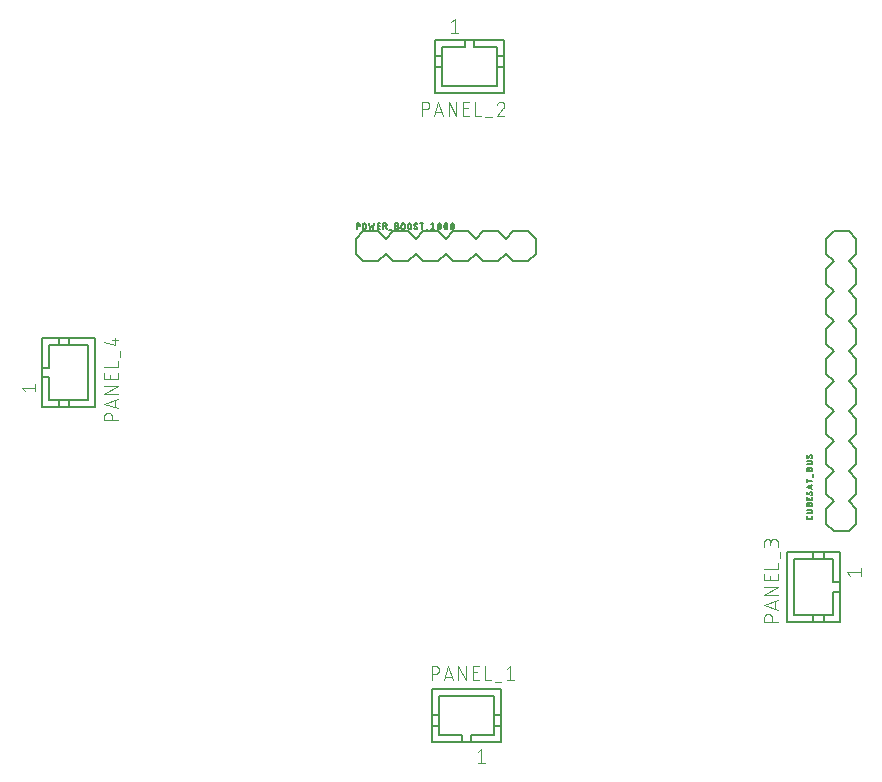
<source format=gbr>
G04 EAGLE Gerber RS-274X export*
G75*
%MOMM*%
%FSLAX34Y34*%
%LPD*%
%INSilkscreen Top*%
%IPPOS*%
%AMOC8*
5,1,8,0,0,1.08239X$1,22.5*%
G01*
%ADD10C,0.203200*%
%ADD11C,0.127000*%
%ADD12C,0.101600*%


D10*
X536100Y585150D02*
X542450Y591500D01*
X555150Y591500D01*
X561500Y585150D01*
X561500Y572450D02*
X555150Y566100D01*
X542450Y566100D01*
X536100Y572450D01*
X504350Y591500D02*
X491650Y591500D01*
X504350Y591500D02*
X510700Y585150D01*
X510700Y572450D02*
X504350Y566100D01*
X510700Y585150D02*
X517050Y591500D01*
X529750Y591500D01*
X536100Y585150D01*
X536100Y572450D02*
X529750Y566100D01*
X517050Y566100D01*
X510700Y572450D01*
X466250Y591500D02*
X459900Y585150D01*
X466250Y591500D02*
X478950Y591500D01*
X485300Y585150D01*
X485300Y572450D02*
X478950Y566100D01*
X466250Y566100D01*
X459900Y572450D01*
X485300Y585150D02*
X491650Y591500D01*
X485300Y572450D02*
X491650Y566100D01*
X504350Y566100D01*
X428150Y591500D02*
X415450Y591500D01*
X428150Y591500D02*
X434500Y585150D01*
X434500Y572450D02*
X428150Y566100D01*
X434500Y585150D02*
X440850Y591500D01*
X453550Y591500D01*
X459900Y585150D01*
X459900Y572450D02*
X453550Y566100D01*
X440850Y566100D01*
X434500Y572450D01*
X409100Y572450D02*
X409100Y585150D01*
X415450Y591500D01*
X409100Y572450D02*
X415450Y566100D01*
X428150Y566100D01*
X561500Y572450D02*
X561500Y585150D01*
D11*
X409735Y593405D02*
X409735Y598231D01*
X411076Y598231D01*
X411147Y598229D01*
X411219Y598223D01*
X411289Y598214D01*
X411359Y598201D01*
X411429Y598184D01*
X411497Y598163D01*
X411564Y598139D01*
X411630Y598111D01*
X411694Y598080D01*
X411757Y598045D01*
X411817Y598007D01*
X411876Y597966D01*
X411932Y597922D01*
X411986Y597875D01*
X412037Y597826D01*
X412085Y597773D01*
X412131Y597718D01*
X412173Y597661D01*
X412213Y597601D01*
X412249Y597540D01*
X412282Y597476D01*
X412311Y597411D01*
X412337Y597345D01*
X412360Y597277D01*
X412379Y597208D01*
X412394Y597138D01*
X412405Y597068D01*
X412413Y596997D01*
X412417Y596926D01*
X412417Y596854D01*
X412413Y596783D01*
X412405Y596712D01*
X412394Y596642D01*
X412379Y596572D01*
X412360Y596503D01*
X412337Y596435D01*
X412311Y596369D01*
X412282Y596304D01*
X412249Y596240D01*
X412213Y596179D01*
X412173Y596119D01*
X412131Y596062D01*
X412085Y596007D01*
X412037Y595954D01*
X411986Y595905D01*
X411932Y595858D01*
X411876Y595814D01*
X411817Y595773D01*
X411757Y595735D01*
X411694Y595700D01*
X411630Y595669D01*
X411564Y595641D01*
X411497Y595617D01*
X411429Y595596D01*
X411359Y595579D01*
X411289Y595566D01*
X411219Y595557D01*
X411147Y595551D01*
X411076Y595549D01*
X411076Y595550D02*
X409735Y595550D01*
X414892Y594746D02*
X414892Y596890D01*
X414894Y596961D01*
X414900Y597033D01*
X414909Y597103D01*
X414922Y597173D01*
X414939Y597243D01*
X414960Y597311D01*
X414984Y597378D01*
X415012Y597444D01*
X415043Y597508D01*
X415078Y597571D01*
X415116Y597631D01*
X415157Y597690D01*
X415201Y597746D01*
X415248Y597800D01*
X415297Y597851D01*
X415350Y597899D01*
X415405Y597945D01*
X415462Y597987D01*
X415522Y598027D01*
X415583Y598063D01*
X415647Y598096D01*
X415712Y598125D01*
X415778Y598151D01*
X415846Y598174D01*
X415915Y598193D01*
X415985Y598208D01*
X416055Y598219D01*
X416126Y598227D01*
X416197Y598231D01*
X416269Y598231D01*
X416340Y598227D01*
X416411Y598219D01*
X416481Y598208D01*
X416551Y598193D01*
X416620Y598174D01*
X416688Y598151D01*
X416754Y598125D01*
X416819Y598096D01*
X416883Y598063D01*
X416944Y598027D01*
X417004Y597987D01*
X417061Y597945D01*
X417116Y597899D01*
X417169Y597851D01*
X417218Y597800D01*
X417265Y597746D01*
X417309Y597690D01*
X417350Y597631D01*
X417388Y597571D01*
X417423Y597508D01*
X417454Y597444D01*
X417482Y597378D01*
X417506Y597311D01*
X417527Y597243D01*
X417544Y597173D01*
X417557Y597103D01*
X417566Y597033D01*
X417572Y596961D01*
X417574Y596890D01*
X417573Y596890D02*
X417573Y594746D01*
X417574Y594746D02*
X417572Y594675D01*
X417566Y594603D01*
X417557Y594533D01*
X417544Y594463D01*
X417527Y594393D01*
X417506Y594325D01*
X417482Y594258D01*
X417454Y594192D01*
X417423Y594128D01*
X417388Y594065D01*
X417350Y594005D01*
X417309Y593946D01*
X417265Y593890D01*
X417218Y593836D01*
X417169Y593785D01*
X417116Y593737D01*
X417061Y593691D01*
X417004Y593649D01*
X416944Y593609D01*
X416883Y593573D01*
X416819Y593540D01*
X416754Y593511D01*
X416688Y593485D01*
X416620Y593462D01*
X416551Y593443D01*
X416481Y593428D01*
X416411Y593417D01*
X416340Y593409D01*
X416269Y593405D01*
X416197Y593405D01*
X416126Y593409D01*
X416055Y593417D01*
X415985Y593428D01*
X415915Y593443D01*
X415846Y593462D01*
X415778Y593485D01*
X415712Y593511D01*
X415647Y593540D01*
X415583Y593573D01*
X415522Y593609D01*
X415462Y593649D01*
X415405Y593691D01*
X415350Y593737D01*
X415297Y593785D01*
X415248Y593836D01*
X415201Y593890D01*
X415157Y593946D01*
X415116Y594005D01*
X415078Y594065D01*
X415043Y594128D01*
X415012Y594192D01*
X414984Y594258D01*
X414960Y594325D01*
X414939Y594393D01*
X414922Y594463D01*
X414909Y594533D01*
X414900Y594603D01*
X414894Y594675D01*
X414892Y594746D01*
X420306Y598231D02*
X421378Y593405D01*
X422450Y596622D01*
X423523Y593405D01*
X424595Y598231D01*
X427530Y593405D02*
X429675Y593405D01*
X427530Y593405D02*
X427530Y598231D01*
X429675Y598231D01*
X429139Y596086D02*
X427530Y596086D01*
X432329Y598231D02*
X432329Y593405D01*
X432329Y598231D02*
X433670Y598231D01*
X433741Y598229D01*
X433813Y598223D01*
X433883Y598214D01*
X433953Y598201D01*
X434023Y598184D01*
X434091Y598163D01*
X434158Y598139D01*
X434224Y598111D01*
X434288Y598080D01*
X434351Y598045D01*
X434411Y598007D01*
X434470Y597966D01*
X434526Y597922D01*
X434580Y597875D01*
X434631Y597826D01*
X434679Y597773D01*
X434725Y597718D01*
X434767Y597661D01*
X434807Y597601D01*
X434843Y597540D01*
X434876Y597476D01*
X434905Y597411D01*
X434931Y597345D01*
X434954Y597277D01*
X434973Y597208D01*
X434988Y597138D01*
X434999Y597068D01*
X435007Y596997D01*
X435011Y596926D01*
X435011Y596854D01*
X435007Y596783D01*
X434999Y596712D01*
X434988Y596642D01*
X434973Y596572D01*
X434954Y596503D01*
X434931Y596435D01*
X434905Y596369D01*
X434876Y596304D01*
X434843Y596240D01*
X434807Y596179D01*
X434767Y596119D01*
X434725Y596062D01*
X434679Y596007D01*
X434631Y595954D01*
X434580Y595905D01*
X434526Y595858D01*
X434470Y595814D01*
X434411Y595773D01*
X434351Y595735D01*
X434288Y595700D01*
X434224Y595669D01*
X434158Y595641D01*
X434091Y595617D01*
X434023Y595596D01*
X433953Y595579D01*
X433883Y595566D01*
X433813Y595557D01*
X433741Y595551D01*
X433670Y595549D01*
X433670Y595550D02*
X432329Y595550D01*
X433938Y595550D02*
X435010Y593405D01*
X437471Y592869D02*
X439616Y592869D01*
X442470Y596086D02*
X443811Y596086D01*
X443811Y596087D02*
X443882Y596085D01*
X443954Y596079D01*
X444024Y596070D01*
X444094Y596057D01*
X444164Y596040D01*
X444232Y596019D01*
X444299Y595995D01*
X444365Y595967D01*
X444429Y595936D01*
X444492Y595901D01*
X444552Y595863D01*
X444611Y595822D01*
X444667Y595778D01*
X444721Y595731D01*
X444772Y595682D01*
X444820Y595629D01*
X444866Y595574D01*
X444908Y595517D01*
X444948Y595457D01*
X444984Y595396D01*
X445017Y595332D01*
X445046Y595267D01*
X445072Y595201D01*
X445095Y595133D01*
X445114Y595064D01*
X445129Y594994D01*
X445140Y594924D01*
X445148Y594853D01*
X445152Y594782D01*
X445152Y594710D01*
X445148Y594639D01*
X445140Y594568D01*
X445129Y594498D01*
X445114Y594428D01*
X445095Y594359D01*
X445072Y594291D01*
X445046Y594225D01*
X445017Y594160D01*
X444984Y594096D01*
X444948Y594035D01*
X444908Y593975D01*
X444866Y593918D01*
X444820Y593863D01*
X444772Y593810D01*
X444721Y593761D01*
X444667Y593714D01*
X444611Y593670D01*
X444552Y593629D01*
X444492Y593591D01*
X444429Y593556D01*
X444365Y593525D01*
X444299Y593497D01*
X444232Y593473D01*
X444164Y593452D01*
X444094Y593435D01*
X444024Y593422D01*
X443954Y593413D01*
X443882Y593407D01*
X443811Y593405D01*
X442470Y593405D01*
X442470Y598231D01*
X443811Y598231D01*
X443876Y598229D01*
X443940Y598223D01*
X444004Y598213D01*
X444068Y598200D01*
X444130Y598182D01*
X444191Y598161D01*
X444251Y598137D01*
X444309Y598108D01*
X444366Y598076D01*
X444420Y598041D01*
X444472Y598003D01*
X444522Y597961D01*
X444569Y597917D01*
X444613Y597870D01*
X444655Y597820D01*
X444693Y597768D01*
X444728Y597714D01*
X444760Y597657D01*
X444789Y597599D01*
X444813Y597539D01*
X444834Y597478D01*
X444852Y597416D01*
X444865Y597352D01*
X444875Y597288D01*
X444881Y597224D01*
X444883Y597159D01*
X444881Y597094D01*
X444875Y597030D01*
X444865Y596966D01*
X444852Y596902D01*
X444834Y596840D01*
X444813Y596779D01*
X444789Y596719D01*
X444760Y596661D01*
X444728Y596604D01*
X444693Y596550D01*
X444655Y596498D01*
X444613Y596448D01*
X444569Y596401D01*
X444522Y596357D01*
X444472Y596315D01*
X444420Y596277D01*
X444366Y596242D01*
X444309Y596210D01*
X444251Y596181D01*
X444191Y596157D01*
X444130Y596136D01*
X444068Y596118D01*
X444004Y596105D01*
X443940Y596095D01*
X443876Y596089D01*
X443811Y596087D01*
X447627Y596890D02*
X447627Y594746D01*
X447627Y596890D02*
X447629Y596961D01*
X447635Y597033D01*
X447644Y597103D01*
X447657Y597173D01*
X447674Y597243D01*
X447695Y597311D01*
X447719Y597378D01*
X447747Y597444D01*
X447778Y597508D01*
X447813Y597571D01*
X447851Y597631D01*
X447892Y597690D01*
X447936Y597746D01*
X447983Y597800D01*
X448032Y597851D01*
X448085Y597899D01*
X448140Y597945D01*
X448197Y597987D01*
X448257Y598027D01*
X448318Y598063D01*
X448382Y598096D01*
X448447Y598125D01*
X448513Y598151D01*
X448581Y598174D01*
X448650Y598193D01*
X448720Y598208D01*
X448790Y598219D01*
X448861Y598227D01*
X448932Y598231D01*
X449004Y598231D01*
X449075Y598227D01*
X449146Y598219D01*
X449216Y598208D01*
X449286Y598193D01*
X449355Y598174D01*
X449423Y598151D01*
X449489Y598125D01*
X449554Y598096D01*
X449618Y598063D01*
X449679Y598027D01*
X449739Y597987D01*
X449796Y597945D01*
X449851Y597899D01*
X449904Y597851D01*
X449953Y597800D01*
X450000Y597746D01*
X450044Y597690D01*
X450085Y597631D01*
X450123Y597571D01*
X450158Y597508D01*
X450189Y597444D01*
X450217Y597378D01*
X450241Y597311D01*
X450262Y597243D01*
X450279Y597173D01*
X450292Y597103D01*
X450301Y597033D01*
X450307Y596961D01*
X450309Y596890D01*
X450308Y596890D02*
X450308Y594746D01*
X450309Y594746D02*
X450307Y594675D01*
X450301Y594603D01*
X450292Y594533D01*
X450279Y594463D01*
X450262Y594393D01*
X450241Y594325D01*
X450217Y594258D01*
X450189Y594192D01*
X450158Y594128D01*
X450123Y594065D01*
X450085Y594005D01*
X450044Y593946D01*
X450000Y593890D01*
X449953Y593836D01*
X449904Y593785D01*
X449851Y593737D01*
X449796Y593691D01*
X449739Y593649D01*
X449679Y593609D01*
X449618Y593573D01*
X449554Y593540D01*
X449489Y593511D01*
X449423Y593485D01*
X449355Y593462D01*
X449286Y593443D01*
X449216Y593428D01*
X449146Y593417D01*
X449075Y593409D01*
X449004Y593405D01*
X448932Y593405D01*
X448861Y593409D01*
X448790Y593417D01*
X448720Y593428D01*
X448650Y593443D01*
X448581Y593462D01*
X448513Y593485D01*
X448447Y593511D01*
X448382Y593540D01*
X448318Y593573D01*
X448257Y593609D01*
X448197Y593649D01*
X448140Y593691D01*
X448085Y593737D01*
X448032Y593785D01*
X447983Y593836D01*
X447936Y593890D01*
X447892Y593946D01*
X447851Y594005D01*
X447813Y594065D01*
X447778Y594128D01*
X447747Y594192D01*
X447719Y594258D01*
X447695Y594325D01*
X447674Y594393D01*
X447657Y594463D01*
X447644Y594533D01*
X447635Y594603D01*
X447629Y594675D01*
X447627Y594746D01*
X453114Y594746D02*
X453114Y596890D01*
X453113Y596890D02*
X453115Y596961D01*
X453121Y597033D01*
X453130Y597103D01*
X453143Y597173D01*
X453160Y597243D01*
X453181Y597311D01*
X453205Y597378D01*
X453233Y597444D01*
X453264Y597508D01*
X453299Y597571D01*
X453337Y597631D01*
X453378Y597690D01*
X453422Y597746D01*
X453469Y597800D01*
X453518Y597851D01*
X453571Y597899D01*
X453626Y597945D01*
X453683Y597987D01*
X453743Y598027D01*
X453804Y598063D01*
X453868Y598096D01*
X453933Y598125D01*
X453999Y598151D01*
X454067Y598174D01*
X454136Y598193D01*
X454206Y598208D01*
X454276Y598219D01*
X454347Y598227D01*
X454418Y598231D01*
X454490Y598231D01*
X454561Y598227D01*
X454632Y598219D01*
X454702Y598208D01*
X454772Y598193D01*
X454841Y598174D01*
X454909Y598151D01*
X454975Y598125D01*
X455040Y598096D01*
X455104Y598063D01*
X455165Y598027D01*
X455225Y597987D01*
X455282Y597945D01*
X455337Y597899D01*
X455390Y597851D01*
X455439Y597800D01*
X455486Y597746D01*
X455530Y597690D01*
X455571Y597631D01*
X455609Y597571D01*
X455644Y597508D01*
X455675Y597444D01*
X455703Y597378D01*
X455727Y597311D01*
X455748Y597243D01*
X455765Y597173D01*
X455778Y597103D01*
X455787Y597033D01*
X455793Y596961D01*
X455795Y596890D01*
X455795Y594746D01*
X455793Y594675D01*
X455787Y594603D01*
X455778Y594533D01*
X455765Y594463D01*
X455748Y594393D01*
X455727Y594325D01*
X455703Y594258D01*
X455675Y594192D01*
X455644Y594128D01*
X455609Y594065D01*
X455571Y594005D01*
X455530Y593946D01*
X455486Y593890D01*
X455439Y593836D01*
X455390Y593785D01*
X455337Y593737D01*
X455282Y593691D01*
X455225Y593649D01*
X455165Y593609D01*
X455104Y593573D01*
X455040Y593540D01*
X454975Y593511D01*
X454909Y593485D01*
X454841Y593462D01*
X454772Y593443D01*
X454702Y593428D01*
X454632Y593417D01*
X454561Y593409D01*
X454490Y593405D01*
X454418Y593405D01*
X454347Y593409D01*
X454276Y593417D01*
X454206Y593428D01*
X454136Y593443D01*
X454067Y593462D01*
X453999Y593485D01*
X453933Y593511D01*
X453868Y593540D01*
X453804Y593573D01*
X453743Y593609D01*
X453683Y593649D01*
X453626Y593691D01*
X453571Y593737D01*
X453518Y593785D01*
X453469Y593836D01*
X453422Y593890D01*
X453378Y593946D01*
X453337Y594005D01*
X453299Y594065D01*
X453264Y594128D01*
X453233Y594192D01*
X453205Y594258D01*
X453181Y594325D01*
X453160Y594393D01*
X453143Y594463D01*
X453130Y594533D01*
X453121Y594603D01*
X453115Y594675D01*
X453113Y594746D01*
X460026Y593405D02*
X460091Y593407D01*
X460155Y593413D01*
X460219Y593423D01*
X460283Y593436D01*
X460345Y593454D01*
X460406Y593475D01*
X460466Y593499D01*
X460524Y593528D01*
X460581Y593560D01*
X460635Y593595D01*
X460687Y593633D01*
X460737Y593675D01*
X460784Y593719D01*
X460828Y593766D01*
X460870Y593816D01*
X460908Y593868D01*
X460943Y593922D01*
X460975Y593979D01*
X461004Y594037D01*
X461028Y594097D01*
X461049Y594158D01*
X461067Y594220D01*
X461080Y594284D01*
X461090Y594348D01*
X461096Y594412D01*
X461098Y594477D01*
X460026Y593405D02*
X459932Y593407D01*
X459838Y593413D01*
X459744Y593423D01*
X459651Y593436D01*
X459559Y593454D01*
X459467Y593475D01*
X459376Y593500D01*
X459286Y593529D01*
X459198Y593562D01*
X459111Y593598D01*
X459026Y593638D01*
X458942Y593681D01*
X458861Y593728D01*
X458781Y593778D01*
X458703Y593831D01*
X458628Y593888D01*
X458555Y593947D01*
X458485Y594010D01*
X458417Y594075D01*
X458552Y597159D02*
X458554Y597224D01*
X458560Y597288D01*
X458570Y597352D01*
X458583Y597416D01*
X458601Y597478D01*
X458622Y597539D01*
X458646Y597599D01*
X458675Y597657D01*
X458707Y597714D01*
X458742Y597768D01*
X458780Y597820D01*
X458822Y597870D01*
X458866Y597917D01*
X458913Y597961D01*
X458963Y598003D01*
X459015Y598041D01*
X459069Y598076D01*
X459126Y598108D01*
X459184Y598137D01*
X459244Y598161D01*
X459305Y598182D01*
X459367Y598200D01*
X459431Y598213D01*
X459495Y598223D01*
X459559Y598229D01*
X459624Y598231D01*
X459710Y598229D01*
X459796Y598224D01*
X459882Y598214D01*
X459967Y598201D01*
X460052Y598185D01*
X460136Y598165D01*
X460219Y598141D01*
X460301Y598114D01*
X460381Y598083D01*
X460461Y598049D01*
X460538Y598011D01*
X460614Y597970D01*
X460688Y597926D01*
X460760Y597879D01*
X460831Y597829D01*
X459087Y596221D02*
X459034Y596254D01*
X458983Y596291D01*
X458934Y596330D01*
X458887Y596372D01*
X458843Y596417D01*
X458802Y596464D01*
X458763Y596513D01*
X458727Y596565D01*
X458694Y596619D01*
X458665Y596674D01*
X458639Y596731D01*
X458616Y596790D01*
X458596Y596849D01*
X458580Y596910D01*
X458567Y596971D01*
X458558Y597034D01*
X458553Y597096D01*
X458551Y597159D01*
X460562Y595415D02*
X460615Y595382D01*
X460666Y595345D01*
X460715Y595306D01*
X460762Y595264D01*
X460806Y595219D01*
X460847Y595172D01*
X460886Y595123D01*
X460922Y595071D01*
X460955Y595017D01*
X460984Y594962D01*
X461010Y594905D01*
X461033Y594846D01*
X461053Y594787D01*
X461069Y594726D01*
X461082Y594665D01*
X461091Y594602D01*
X461096Y594540D01*
X461098Y594477D01*
X460562Y595416D02*
X459087Y596220D01*
X464695Y598231D02*
X464695Y593405D01*
X463355Y598231D02*
X466036Y598231D01*
X468195Y592869D02*
X470340Y592869D01*
X472864Y597159D02*
X474205Y598231D01*
X474205Y593405D01*
X472864Y593405D02*
X475546Y593405D01*
X478351Y595818D02*
X478353Y595938D01*
X478358Y596058D01*
X478367Y596178D01*
X478380Y596298D01*
X478396Y596417D01*
X478416Y596536D01*
X478440Y596654D01*
X478467Y596771D01*
X478497Y596887D01*
X478531Y597002D01*
X478569Y597117D01*
X478610Y597230D01*
X478654Y597341D01*
X478702Y597452D01*
X478753Y597561D01*
X478774Y597618D01*
X478800Y597674D01*
X478828Y597729D01*
X478860Y597781D01*
X478896Y597832D01*
X478934Y597880D01*
X478975Y597926D01*
X479019Y597969D01*
X479065Y598009D01*
X479114Y598046D01*
X479166Y598080D01*
X479219Y598111D01*
X479274Y598139D01*
X479330Y598163D01*
X479388Y598184D01*
X479447Y598201D01*
X479507Y598214D01*
X479568Y598223D01*
X479630Y598229D01*
X479691Y598231D01*
X479752Y598229D01*
X479814Y598223D01*
X479875Y598214D01*
X479935Y598201D01*
X479994Y598184D01*
X480052Y598163D01*
X480108Y598139D01*
X480163Y598111D01*
X480216Y598080D01*
X480268Y598046D01*
X480317Y598009D01*
X480363Y597969D01*
X480407Y597926D01*
X480448Y597880D01*
X480486Y597832D01*
X480522Y597781D01*
X480554Y597729D01*
X480582Y597674D01*
X480608Y597618D01*
X480629Y597561D01*
X480630Y597561D02*
X480681Y597452D01*
X480729Y597341D01*
X480773Y597230D01*
X480814Y597117D01*
X480852Y597002D01*
X480886Y596887D01*
X480916Y596771D01*
X480943Y596654D01*
X480967Y596536D01*
X480987Y596417D01*
X481003Y596298D01*
X481016Y596178D01*
X481025Y596058D01*
X481030Y595938D01*
X481032Y595818D01*
X478351Y595818D02*
X478353Y595698D01*
X478358Y595578D01*
X478367Y595458D01*
X478380Y595338D01*
X478396Y595219D01*
X478416Y595100D01*
X478440Y594982D01*
X478467Y594865D01*
X478497Y594749D01*
X478531Y594634D01*
X478569Y594519D01*
X478610Y594406D01*
X478654Y594295D01*
X478702Y594184D01*
X478753Y594075D01*
X478774Y594018D01*
X478800Y593962D01*
X478828Y593907D01*
X478860Y593855D01*
X478896Y593804D01*
X478934Y593756D01*
X478975Y593710D01*
X479019Y593667D01*
X479065Y593627D01*
X479114Y593590D01*
X479166Y593556D01*
X479219Y593525D01*
X479274Y593497D01*
X479330Y593473D01*
X479388Y593452D01*
X479447Y593435D01*
X479507Y593422D01*
X479568Y593413D01*
X479630Y593407D01*
X479691Y593405D01*
X480630Y594075D02*
X480681Y594184D01*
X480729Y594295D01*
X480773Y594406D01*
X480814Y594519D01*
X480852Y594634D01*
X480886Y594749D01*
X480916Y594865D01*
X480943Y594982D01*
X480967Y595100D01*
X480987Y595219D01*
X481003Y595338D01*
X481016Y595458D01*
X481025Y595578D01*
X481030Y595698D01*
X481032Y595818D01*
X480629Y594075D02*
X480608Y594018D01*
X480582Y593962D01*
X480554Y593907D01*
X480522Y593855D01*
X480486Y593804D01*
X480448Y593756D01*
X480407Y593710D01*
X480363Y593667D01*
X480316Y593627D01*
X480268Y593590D01*
X480216Y593556D01*
X480163Y593525D01*
X480108Y593497D01*
X480052Y593473D01*
X479994Y593452D01*
X479935Y593435D01*
X479875Y593422D01*
X479814Y593413D01*
X479752Y593407D01*
X479691Y593405D01*
X478619Y594477D02*
X480764Y597159D01*
X483837Y595818D02*
X483839Y595938D01*
X483844Y596058D01*
X483853Y596178D01*
X483866Y596298D01*
X483882Y596417D01*
X483902Y596536D01*
X483926Y596654D01*
X483953Y596771D01*
X483983Y596887D01*
X484017Y597002D01*
X484055Y597117D01*
X484096Y597230D01*
X484140Y597341D01*
X484188Y597452D01*
X484239Y597561D01*
X484240Y597561D02*
X484261Y597618D01*
X484287Y597674D01*
X484315Y597729D01*
X484347Y597781D01*
X484383Y597832D01*
X484421Y597880D01*
X484462Y597926D01*
X484506Y597969D01*
X484552Y598009D01*
X484601Y598046D01*
X484653Y598080D01*
X484706Y598111D01*
X484761Y598139D01*
X484817Y598163D01*
X484875Y598184D01*
X484934Y598201D01*
X484994Y598214D01*
X485055Y598223D01*
X485117Y598229D01*
X485178Y598231D01*
X485239Y598229D01*
X485301Y598223D01*
X485362Y598214D01*
X485422Y598201D01*
X485481Y598184D01*
X485539Y598163D01*
X485595Y598139D01*
X485650Y598111D01*
X485703Y598080D01*
X485755Y598046D01*
X485804Y598009D01*
X485850Y597969D01*
X485894Y597926D01*
X485935Y597880D01*
X485973Y597832D01*
X486009Y597781D01*
X486041Y597729D01*
X486069Y597674D01*
X486095Y597618D01*
X486116Y597561D01*
X486167Y597452D01*
X486215Y597341D01*
X486259Y597230D01*
X486300Y597117D01*
X486338Y597002D01*
X486372Y596887D01*
X486402Y596771D01*
X486429Y596654D01*
X486453Y596536D01*
X486473Y596417D01*
X486489Y596298D01*
X486502Y596178D01*
X486511Y596058D01*
X486516Y595938D01*
X486518Y595818D01*
X483837Y595818D02*
X483839Y595698D01*
X483844Y595578D01*
X483853Y595458D01*
X483866Y595338D01*
X483882Y595219D01*
X483902Y595100D01*
X483926Y594982D01*
X483953Y594865D01*
X483983Y594749D01*
X484017Y594634D01*
X484055Y594519D01*
X484096Y594406D01*
X484140Y594295D01*
X484188Y594184D01*
X484239Y594075D01*
X484240Y594075D02*
X484261Y594018D01*
X484287Y593962D01*
X484315Y593907D01*
X484347Y593855D01*
X484383Y593804D01*
X484421Y593756D01*
X484462Y593710D01*
X484506Y593667D01*
X484552Y593627D01*
X484601Y593590D01*
X484653Y593556D01*
X484706Y593525D01*
X484761Y593497D01*
X484817Y593473D01*
X484875Y593452D01*
X484934Y593435D01*
X484994Y593422D01*
X485055Y593413D01*
X485117Y593407D01*
X485178Y593405D01*
X486116Y594075D02*
X486167Y594184D01*
X486215Y594295D01*
X486259Y594406D01*
X486300Y594519D01*
X486338Y594634D01*
X486372Y594749D01*
X486402Y594865D01*
X486429Y594982D01*
X486453Y595100D01*
X486473Y595219D01*
X486489Y595338D01*
X486502Y595458D01*
X486511Y595578D01*
X486516Y595698D01*
X486518Y595818D01*
X486116Y594075D02*
X486095Y594018D01*
X486069Y593962D01*
X486041Y593907D01*
X486009Y593855D01*
X485973Y593804D01*
X485935Y593756D01*
X485894Y593710D01*
X485850Y593667D01*
X485803Y593627D01*
X485755Y593590D01*
X485703Y593556D01*
X485650Y593525D01*
X485595Y593497D01*
X485539Y593473D01*
X485481Y593452D01*
X485422Y593435D01*
X485362Y593422D01*
X485301Y593413D01*
X485239Y593407D01*
X485178Y593405D01*
X484105Y594477D02*
X486250Y597159D01*
X489323Y595818D02*
X489325Y595938D01*
X489330Y596058D01*
X489339Y596178D01*
X489352Y596298D01*
X489368Y596417D01*
X489388Y596536D01*
X489412Y596654D01*
X489439Y596771D01*
X489469Y596887D01*
X489503Y597002D01*
X489541Y597117D01*
X489582Y597230D01*
X489626Y597341D01*
X489674Y597452D01*
X489725Y597561D01*
X489726Y597561D02*
X489747Y597618D01*
X489773Y597674D01*
X489801Y597729D01*
X489833Y597781D01*
X489869Y597832D01*
X489907Y597880D01*
X489948Y597926D01*
X489992Y597969D01*
X490038Y598009D01*
X490087Y598046D01*
X490139Y598080D01*
X490192Y598111D01*
X490247Y598139D01*
X490303Y598163D01*
X490361Y598184D01*
X490420Y598201D01*
X490480Y598214D01*
X490541Y598223D01*
X490603Y598229D01*
X490664Y598231D01*
X490725Y598229D01*
X490787Y598223D01*
X490848Y598214D01*
X490908Y598201D01*
X490967Y598184D01*
X491025Y598163D01*
X491081Y598139D01*
X491136Y598111D01*
X491189Y598080D01*
X491241Y598046D01*
X491290Y598009D01*
X491336Y597969D01*
X491380Y597926D01*
X491421Y597880D01*
X491459Y597832D01*
X491495Y597781D01*
X491527Y597729D01*
X491555Y597674D01*
X491581Y597618D01*
X491602Y597561D01*
X491603Y597561D02*
X491654Y597452D01*
X491702Y597341D01*
X491746Y597230D01*
X491787Y597117D01*
X491825Y597002D01*
X491859Y596887D01*
X491889Y596771D01*
X491916Y596654D01*
X491940Y596536D01*
X491960Y596417D01*
X491976Y596298D01*
X491989Y596178D01*
X491998Y596058D01*
X492003Y595938D01*
X492005Y595818D01*
X489324Y595818D02*
X489326Y595698D01*
X489331Y595578D01*
X489340Y595458D01*
X489353Y595338D01*
X489369Y595219D01*
X489389Y595100D01*
X489413Y594982D01*
X489440Y594865D01*
X489470Y594749D01*
X489504Y594634D01*
X489542Y594519D01*
X489583Y594406D01*
X489627Y594295D01*
X489675Y594184D01*
X489726Y594075D01*
X489747Y594018D01*
X489773Y593962D01*
X489801Y593907D01*
X489833Y593855D01*
X489869Y593804D01*
X489907Y593756D01*
X489948Y593710D01*
X489992Y593667D01*
X490038Y593627D01*
X490087Y593590D01*
X490139Y593556D01*
X490192Y593525D01*
X490247Y593497D01*
X490303Y593473D01*
X490361Y593452D01*
X490420Y593435D01*
X490480Y593422D01*
X490541Y593413D01*
X490603Y593407D01*
X490664Y593405D01*
X491602Y594075D02*
X491653Y594184D01*
X491701Y594295D01*
X491745Y594406D01*
X491786Y594519D01*
X491824Y594634D01*
X491858Y594749D01*
X491888Y594865D01*
X491915Y594982D01*
X491939Y595100D01*
X491959Y595219D01*
X491975Y595338D01*
X491988Y595458D01*
X491997Y595578D01*
X492002Y595698D01*
X492004Y595818D01*
X491602Y594075D02*
X491581Y594018D01*
X491555Y593962D01*
X491527Y593907D01*
X491495Y593855D01*
X491459Y593804D01*
X491421Y593756D01*
X491380Y593710D01*
X491336Y593667D01*
X491289Y593627D01*
X491241Y593590D01*
X491189Y593556D01*
X491136Y593525D01*
X491081Y593497D01*
X491025Y593473D01*
X490967Y593452D01*
X490908Y593435D01*
X490848Y593422D01*
X490787Y593413D01*
X490725Y593407D01*
X490664Y593405D01*
X489592Y594477D02*
X491737Y597159D01*
X498600Y158900D02*
X473100Y158900D01*
X498600Y158900D02*
X506600Y158900D01*
X532100Y158900D01*
X532100Y203900D02*
X473100Y203900D01*
X532100Y203900D02*
X532100Y181900D01*
X532100Y172900D01*
X532100Y158900D01*
X473100Y181900D02*
X473100Y203900D01*
X473100Y181900D02*
X473100Y172900D01*
X473100Y158900D01*
X479100Y197900D02*
X526100Y197900D01*
X479100Y197900D02*
X479100Y181900D01*
X479100Y172900D01*
X479100Y164900D01*
X498600Y164900D01*
X526100Y181900D02*
X526100Y197900D01*
X526100Y181900D02*
X526100Y172900D01*
X526100Y164900D01*
X479100Y172900D02*
X473100Y172900D01*
X473100Y181900D02*
X479100Y181900D01*
X526100Y181900D02*
X532100Y181900D01*
X532100Y172900D02*
X526100Y172900D01*
X526100Y164900D02*
X506600Y164900D01*
X506600Y158900D01*
X498600Y158900D02*
X498600Y164900D01*
D12*
X512109Y150497D02*
X515355Y153093D01*
X515355Y141409D01*
X518600Y141409D02*
X512109Y141409D01*
X473108Y211409D02*
X473108Y223093D01*
X476354Y223093D01*
X476467Y223091D01*
X476580Y223085D01*
X476693Y223075D01*
X476806Y223061D01*
X476918Y223044D01*
X477029Y223022D01*
X477139Y222997D01*
X477249Y222967D01*
X477357Y222934D01*
X477464Y222897D01*
X477570Y222857D01*
X477674Y222812D01*
X477777Y222764D01*
X477878Y222713D01*
X477977Y222658D01*
X478074Y222600D01*
X478169Y222538D01*
X478262Y222473D01*
X478352Y222405D01*
X478440Y222334D01*
X478526Y222259D01*
X478609Y222182D01*
X478689Y222102D01*
X478766Y222019D01*
X478841Y221933D01*
X478912Y221845D01*
X478980Y221755D01*
X479045Y221662D01*
X479107Y221567D01*
X479165Y221470D01*
X479220Y221371D01*
X479271Y221270D01*
X479319Y221167D01*
X479364Y221063D01*
X479404Y220957D01*
X479441Y220850D01*
X479474Y220742D01*
X479504Y220632D01*
X479529Y220522D01*
X479551Y220411D01*
X479568Y220299D01*
X479582Y220186D01*
X479592Y220073D01*
X479598Y219960D01*
X479600Y219847D01*
X479598Y219734D01*
X479592Y219621D01*
X479582Y219508D01*
X479568Y219395D01*
X479551Y219283D01*
X479529Y219172D01*
X479504Y219062D01*
X479474Y218952D01*
X479441Y218844D01*
X479404Y218737D01*
X479364Y218631D01*
X479319Y218527D01*
X479271Y218424D01*
X479220Y218323D01*
X479165Y218224D01*
X479107Y218127D01*
X479045Y218032D01*
X478980Y217939D01*
X478912Y217849D01*
X478841Y217761D01*
X478766Y217675D01*
X478689Y217592D01*
X478609Y217512D01*
X478526Y217435D01*
X478440Y217360D01*
X478352Y217289D01*
X478262Y217221D01*
X478169Y217156D01*
X478074Y217094D01*
X477977Y217036D01*
X477878Y216981D01*
X477777Y216930D01*
X477674Y216882D01*
X477570Y216837D01*
X477464Y216797D01*
X477357Y216760D01*
X477249Y216727D01*
X477139Y216697D01*
X477029Y216672D01*
X476918Y216650D01*
X476806Y216633D01*
X476693Y216619D01*
X476580Y216609D01*
X476467Y216603D01*
X476354Y216601D01*
X476354Y216602D02*
X473108Y216602D01*
X483339Y211409D02*
X487233Y223093D01*
X491128Y211409D01*
X490154Y214330D02*
X484312Y214330D01*
X495799Y211409D02*
X495799Y223093D01*
X502290Y211409D01*
X502290Y223093D01*
X508013Y211409D02*
X513206Y211409D01*
X508013Y211409D02*
X508013Y223093D01*
X513206Y223093D01*
X511908Y217900D02*
X508013Y217900D01*
X517919Y223093D02*
X517919Y211409D01*
X523112Y211409D01*
X526928Y210111D02*
X532121Y210111D01*
X536566Y220497D02*
X539811Y223093D01*
X539811Y211409D01*
X536566Y211409D02*
X543057Y211409D01*
D11*
X534800Y753600D02*
X509300Y753600D01*
X501300Y753600D01*
X475800Y753600D01*
X475800Y708600D02*
X534800Y708600D01*
X475800Y708600D02*
X475800Y730600D01*
X475800Y739600D01*
X475800Y753600D01*
X534800Y730600D02*
X534800Y708600D01*
X534800Y730600D02*
X534800Y739600D01*
X534800Y753600D01*
X528800Y714600D02*
X481800Y714600D01*
X528800Y714600D02*
X528800Y730600D01*
X528800Y739600D01*
X528800Y747600D01*
X509300Y747600D01*
X481800Y730600D02*
X481800Y714600D01*
X481800Y730600D02*
X481800Y739600D01*
X481800Y747600D01*
X528800Y739600D02*
X534800Y739600D01*
X534800Y730600D02*
X528800Y730600D01*
X481800Y730600D02*
X475800Y730600D01*
X475800Y739600D02*
X481800Y739600D01*
X481800Y747600D02*
X501300Y747600D01*
X501300Y753600D01*
X509300Y753600D02*
X509300Y747600D01*
D12*
X492545Y771091D02*
X489300Y768495D01*
X492545Y771091D02*
X492545Y759407D01*
X489300Y759407D02*
X495791Y759407D01*
X464843Y701091D02*
X464843Y689407D01*
X464843Y701091D02*
X468089Y701091D01*
X468202Y701089D01*
X468315Y701083D01*
X468428Y701073D01*
X468541Y701059D01*
X468653Y701042D01*
X468764Y701020D01*
X468874Y700995D01*
X468984Y700965D01*
X469092Y700932D01*
X469199Y700895D01*
X469305Y700855D01*
X469409Y700810D01*
X469512Y700762D01*
X469613Y700711D01*
X469712Y700656D01*
X469809Y700598D01*
X469904Y700536D01*
X469997Y700471D01*
X470087Y700403D01*
X470175Y700332D01*
X470261Y700257D01*
X470344Y700180D01*
X470424Y700100D01*
X470501Y700017D01*
X470576Y699931D01*
X470647Y699843D01*
X470715Y699753D01*
X470780Y699660D01*
X470842Y699565D01*
X470900Y699468D01*
X470955Y699369D01*
X471006Y699268D01*
X471054Y699165D01*
X471099Y699061D01*
X471139Y698955D01*
X471176Y698848D01*
X471209Y698740D01*
X471239Y698630D01*
X471264Y698520D01*
X471286Y698409D01*
X471303Y698297D01*
X471317Y698184D01*
X471327Y698071D01*
X471333Y697958D01*
X471335Y697845D01*
X471333Y697732D01*
X471327Y697619D01*
X471317Y697506D01*
X471303Y697393D01*
X471286Y697281D01*
X471264Y697170D01*
X471239Y697060D01*
X471209Y696950D01*
X471176Y696842D01*
X471139Y696735D01*
X471099Y696629D01*
X471054Y696525D01*
X471006Y696422D01*
X470955Y696321D01*
X470900Y696222D01*
X470842Y696125D01*
X470780Y696030D01*
X470715Y695937D01*
X470647Y695847D01*
X470576Y695759D01*
X470501Y695673D01*
X470424Y695590D01*
X470344Y695510D01*
X470261Y695433D01*
X470175Y695358D01*
X470087Y695287D01*
X469997Y695219D01*
X469904Y695154D01*
X469809Y695092D01*
X469712Y695034D01*
X469613Y694979D01*
X469512Y694928D01*
X469409Y694880D01*
X469305Y694835D01*
X469199Y694795D01*
X469092Y694758D01*
X468984Y694725D01*
X468874Y694695D01*
X468764Y694670D01*
X468653Y694648D01*
X468541Y694631D01*
X468428Y694617D01*
X468315Y694607D01*
X468202Y694601D01*
X468089Y694599D01*
X468089Y694600D02*
X464843Y694600D01*
X475074Y689407D02*
X478969Y701091D01*
X482863Y689407D01*
X481890Y692328D02*
X476048Y692328D01*
X487534Y689407D02*
X487534Y701091D01*
X494025Y689407D01*
X494025Y701091D01*
X499749Y689407D02*
X504941Y689407D01*
X499749Y689407D02*
X499749Y701091D01*
X504941Y701091D01*
X503643Y695898D02*
X499749Y695898D01*
X509655Y701091D02*
X509655Y689407D01*
X514847Y689407D01*
X518663Y688109D02*
X523856Y688109D01*
X534792Y698170D02*
X534790Y698277D01*
X534784Y698383D01*
X534774Y698489D01*
X534761Y698595D01*
X534743Y698701D01*
X534722Y698805D01*
X534697Y698909D01*
X534668Y699012D01*
X534636Y699113D01*
X534599Y699213D01*
X534559Y699312D01*
X534516Y699410D01*
X534469Y699506D01*
X534418Y699600D01*
X534364Y699692D01*
X534307Y699782D01*
X534247Y699870D01*
X534183Y699955D01*
X534116Y700038D01*
X534046Y700119D01*
X533974Y700197D01*
X533898Y700273D01*
X533820Y700345D01*
X533739Y700415D01*
X533656Y700482D01*
X533571Y700546D01*
X533483Y700606D01*
X533393Y700663D01*
X533301Y700717D01*
X533207Y700768D01*
X533111Y700815D01*
X533013Y700858D01*
X532914Y700898D01*
X532814Y700935D01*
X532713Y700967D01*
X532610Y700996D01*
X532506Y701021D01*
X532402Y701042D01*
X532296Y701060D01*
X532190Y701073D01*
X532084Y701083D01*
X531978Y701089D01*
X531871Y701091D01*
X531750Y701089D01*
X531629Y701083D01*
X531509Y701073D01*
X531388Y701060D01*
X531269Y701042D01*
X531149Y701021D01*
X531031Y700996D01*
X530914Y700967D01*
X530797Y700934D01*
X530682Y700898D01*
X530568Y700857D01*
X530455Y700814D01*
X530343Y700766D01*
X530234Y700715D01*
X530126Y700660D01*
X530019Y700602D01*
X529915Y700541D01*
X529813Y700476D01*
X529713Y700408D01*
X529615Y700337D01*
X529519Y700263D01*
X529426Y700186D01*
X529336Y700105D01*
X529248Y700022D01*
X529163Y699936D01*
X529080Y699847D01*
X529001Y699756D01*
X528924Y699662D01*
X528851Y699566D01*
X528781Y699468D01*
X528714Y699367D01*
X528650Y699264D01*
X528590Y699159D01*
X528533Y699052D01*
X528479Y698944D01*
X528429Y698834D01*
X528383Y698722D01*
X528340Y698609D01*
X528301Y698494D01*
X533819Y695898D02*
X533898Y695975D01*
X533974Y696056D01*
X534047Y696139D01*
X534117Y696224D01*
X534184Y696312D01*
X534248Y696402D01*
X534308Y696494D01*
X534365Y696589D01*
X534419Y696685D01*
X534470Y696783D01*
X534517Y696883D01*
X534561Y696985D01*
X534601Y697088D01*
X534637Y697192D01*
X534669Y697298D01*
X534698Y697404D01*
X534723Y697512D01*
X534745Y697620D01*
X534762Y697730D01*
X534776Y697839D01*
X534785Y697949D01*
X534791Y698060D01*
X534793Y698170D01*
X533818Y695898D02*
X528301Y689407D01*
X534792Y689407D01*
D11*
X819000Y286400D02*
X819000Y260900D01*
X819000Y286400D02*
X819000Y294400D01*
X819000Y319900D01*
X774000Y319900D02*
X774000Y260900D01*
X774000Y319900D02*
X796000Y319900D01*
X805000Y319900D01*
X819000Y319900D01*
X796000Y260900D02*
X774000Y260900D01*
X796000Y260900D02*
X805000Y260900D01*
X819000Y260900D01*
X780000Y266900D02*
X780000Y313900D01*
X780000Y266900D02*
X796000Y266900D01*
X805000Y266900D01*
X813000Y266900D01*
X813000Y286400D01*
X796000Y313900D02*
X780000Y313900D01*
X796000Y313900D02*
X805000Y313900D01*
X813000Y313900D01*
X805000Y266900D02*
X805000Y260900D01*
X796000Y260900D02*
X796000Y266900D01*
X796000Y313900D02*
X796000Y319900D01*
X805000Y319900D02*
X805000Y313900D01*
X813000Y313900D02*
X813000Y294400D01*
X819000Y294400D01*
X819000Y286400D02*
X813000Y286400D01*
D12*
X827403Y299909D02*
X824807Y303155D01*
X836491Y303155D01*
X836491Y306400D02*
X836491Y299909D01*
X766491Y260908D02*
X754807Y260908D01*
X754807Y264154D01*
X754809Y264267D01*
X754815Y264380D01*
X754825Y264493D01*
X754839Y264606D01*
X754856Y264718D01*
X754878Y264829D01*
X754903Y264939D01*
X754933Y265049D01*
X754966Y265157D01*
X755003Y265264D01*
X755043Y265370D01*
X755088Y265474D01*
X755136Y265577D01*
X755187Y265678D01*
X755242Y265777D01*
X755300Y265874D01*
X755362Y265969D01*
X755427Y266062D01*
X755495Y266152D01*
X755566Y266240D01*
X755641Y266326D01*
X755718Y266409D01*
X755798Y266489D01*
X755881Y266566D01*
X755967Y266641D01*
X756055Y266712D01*
X756145Y266780D01*
X756238Y266845D01*
X756333Y266907D01*
X756430Y266965D01*
X756529Y267020D01*
X756630Y267071D01*
X756733Y267119D01*
X756837Y267164D01*
X756943Y267204D01*
X757050Y267241D01*
X757158Y267274D01*
X757268Y267304D01*
X757378Y267329D01*
X757489Y267351D01*
X757601Y267368D01*
X757714Y267382D01*
X757827Y267392D01*
X757940Y267398D01*
X758053Y267400D01*
X758166Y267398D01*
X758279Y267392D01*
X758392Y267382D01*
X758505Y267368D01*
X758617Y267351D01*
X758728Y267329D01*
X758838Y267304D01*
X758948Y267274D01*
X759056Y267241D01*
X759163Y267204D01*
X759269Y267164D01*
X759373Y267119D01*
X759476Y267071D01*
X759577Y267020D01*
X759676Y266965D01*
X759773Y266907D01*
X759868Y266845D01*
X759961Y266780D01*
X760051Y266712D01*
X760139Y266641D01*
X760225Y266566D01*
X760308Y266489D01*
X760388Y266409D01*
X760465Y266326D01*
X760540Y266240D01*
X760611Y266152D01*
X760679Y266062D01*
X760744Y265969D01*
X760806Y265874D01*
X760864Y265777D01*
X760919Y265678D01*
X760970Y265577D01*
X761018Y265474D01*
X761063Y265370D01*
X761103Y265264D01*
X761140Y265157D01*
X761173Y265049D01*
X761203Y264939D01*
X761228Y264829D01*
X761250Y264718D01*
X761267Y264606D01*
X761281Y264493D01*
X761291Y264380D01*
X761297Y264267D01*
X761299Y264154D01*
X761298Y264154D02*
X761298Y260908D01*
X766491Y271139D02*
X754807Y275033D01*
X766491Y278928D01*
X763570Y277954D02*
X763570Y272112D01*
X766491Y283599D02*
X754807Y283599D01*
X766491Y290090D01*
X754807Y290090D01*
X766491Y295813D02*
X766491Y301006D01*
X766491Y295813D02*
X754807Y295813D01*
X754807Y301006D01*
X760000Y299708D02*
X760000Y295813D01*
X754807Y305719D02*
X766491Y305719D01*
X766491Y310912D01*
X767789Y314728D02*
X767789Y319921D01*
X766491Y324366D02*
X766491Y327611D01*
X766489Y327724D01*
X766483Y327837D01*
X766473Y327950D01*
X766459Y328063D01*
X766442Y328175D01*
X766420Y328286D01*
X766395Y328396D01*
X766365Y328506D01*
X766332Y328614D01*
X766295Y328721D01*
X766255Y328827D01*
X766210Y328931D01*
X766162Y329034D01*
X766111Y329135D01*
X766056Y329234D01*
X765998Y329331D01*
X765936Y329426D01*
X765871Y329519D01*
X765803Y329609D01*
X765732Y329697D01*
X765657Y329783D01*
X765580Y329866D01*
X765500Y329946D01*
X765417Y330023D01*
X765331Y330098D01*
X765243Y330169D01*
X765153Y330237D01*
X765060Y330302D01*
X764965Y330364D01*
X764868Y330422D01*
X764769Y330477D01*
X764668Y330528D01*
X764565Y330576D01*
X764461Y330621D01*
X764355Y330661D01*
X764248Y330698D01*
X764140Y330731D01*
X764030Y330761D01*
X763920Y330786D01*
X763809Y330808D01*
X763697Y330825D01*
X763584Y330839D01*
X763471Y330849D01*
X763358Y330855D01*
X763245Y330857D01*
X763132Y330855D01*
X763019Y330849D01*
X762906Y330839D01*
X762793Y330825D01*
X762681Y330808D01*
X762570Y330786D01*
X762460Y330761D01*
X762350Y330731D01*
X762242Y330698D01*
X762135Y330661D01*
X762029Y330621D01*
X761925Y330576D01*
X761822Y330528D01*
X761721Y330477D01*
X761622Y330422D01*
X761525Y330364D01*
X761430Y330302D01*
X761337Y330237D01*
X761247Y330169D01*
X761159Y330098D01*
X761073Y330023D01*
X760990Y329946D01*
X760910Y329866D01*
X760833Y329783D01*
X760758Y329697D01*
X760687Y329609D01*
X760619Y329519D01*
X760554Y329426D01*
X760492Y329331D01*
X760434Y329234D01*
X760379Y329135D01*
X760328Y329034D01*
X760280Y328931D01*
X760235Y328827D01*
X760195Y328721D01*
X760158Y328614D01*
X760125Y328506D01*
X760095Y328396D01*
X760070Y328286D01*
X760048Y328175D01*
X760031Y328063D01*
X760017Y327950D01*
X760007Y327837D01*
X760001Y327724D01*
X759999Y327611D01*
X754807Y328260D02*
X754807Y324366D01*
X754807Y328260D02*
X754809Y328361D01*
X754815Y328461D01*
X754825Y328561D01*
X754838Y328661D01*
X754856Y328760D01*
X754877Y328859D01*
X754902Y328956D01*
X754931Y329053D01*
X754964Y329148D01*
X755000Y329242D01*
X755040Y329334D01*
X755083Y329425D01*
X755130Y329514D01*
X755180Y329601D01*
X755234Y329687D01*
X755291Y329770D01*
X755351Y329850D01*
X755414Y329929D01*
X755481Y330005D01*
X755550Y330078D01*
X755622Y330148D01*
X755696Y330216D01*
X755773Y330281D01*
X755853Y330342D01*
X755935Y330401D01*
X756019Y330456D01*
X756105Y330508D01*
X756193Y330557D01*
X756283Y330602D01*
X756375Y330644D01*
X756468Y330682D01*
X756563Y330716D01*
X756658Y330747D01*
X756755Y330774D01*
X756853Y330797D01*
X756952Y330817D01*
X757052Y330832D01*
X757152Y330844D01*
X757252Y330852D01*
X757353Y330856D01*
X757453Y330856D01*
X757554Y330852D01*
X757654Y330844D01*
X757754Y330832D01*
X757854Y330817D01*
X757953Y330797D01*
X758051Y330774D01*
X758148Y330747D01*
X758243Y330716D01*
X758338Y330682D01*
X758431Y330644D01*
X758523Y330602D01*
X758613Y330557D01*
X758701Y330508D01*
X758787Y330456D01*
X758871Y330401D01*
X758953Y330342D01*
X759033Y330281D01*
X759110Y330216D01*
X759184Y330148D01*
X759256Y330078D01*
X759325Y330005D01*
X759392Y329929D01*
X759455Y329850D01*
X759515Y329770D01*
X759572Y329687D01*
X759626Y329601D01*
X759676Y329514D01*
X759723Y329425D01*
X759766Y329334D01*
X759806Y329242D01*
X759842Y329148D01*
X759875Y329053D01*
X759904Y328956D01*
X759929Y328859D01*
X759950Y328760D01*
X759968Y328661D01*
X759981Y328561D01*
X759991Y328461D01*
X759997Y328361D01*
X759999Y328260D01*
X760000Y328260D02*
X760000Y325664D01*
D11*
X143500Y475800D02*
X143500Y501300D01*
X143500Y475800D02*
X143500Y467800D01*
X143500Y442300D01*
X188500Y442300D02*
X188500Y501300D01*
X188500Y442300D02*
X166500Y442300D01*
X157500Y442300D01*
X143500Y442300D01*
X166500Y501300D02*
X188500Y501300D01*
X166500Y501300D02*
X157500Y501300D01*
X143500Y501300D01*
X182500Y495300D02*
X182500Y448300D01*
X182500Y495300D02*
X166500Y495300D01*
X157500Y495300D01*
X149500Y495300D01*
X149500Y475800D01*
X166500Y448300D02*
X182500Y448300D01*
X166500Y448300D02*
X157500Y448300D01*
X149500Y448300D01*
X157500Y495300D02*
X157500Y501300D01*
X166500Y501300D02*
X166500Y495300D01*
X166500Y448300D02*
X166500Y442300D01*
X157500Y442300D02*
X157500Y448300D01*
X149500Y448300D02*
X149500Y467800D01*
X143500Y467800D01*
X143500Y475800D02*
X149500Y475800D01*
D12*
X126009Y459045D02*
X128605Y455800D01*
X126009Y459045D02*
X137693Y459045D01*
X137693Y455800D02*
X137693Y462291D01*
X196009Y431343D02*
X207693Y431343D01*
X196009Y431343D02*
X196009Y434589D01*
X196011Y434702D01*
X196017Y434815D01*
X196027Y434928D01*
X196041Y435041D01*
X196058Y435153D01*
X196080Y435264D01*
X196105Y435374D01*
X196135Y435484D01*
X196168Y435592D01*
X196205Y435699D01*
X196245Y435805D01*
X196290Y435909D01*
X196338Y436012D01*
X196389Y436113D01*
X196444Y436212D01*
X196502Y436309D01*
X196564Y436404D01*
X196629Y436497D01*
X196697Y436587D01*
X196768Y436675D01*
X196843Y436761D01*
X196920Y436844D01*
X197000Y436924D01*
X197083Y437001D01*
X197169Y437076D01*
X197257Y437147D01*
X197347Y437215D01*
X197440Y437280D01*
X197535Y437342D01*
X197632Y437400D01*
X197731Y437455D01*
X197832Y437506D01*
X197935Y437554D01*
X198039Y437599D01*
X198145Y437639D01*
X198252Y437676D01*
X198360Y437709D01*
X198470Y437739D01*
X198580Y437764D01*
X198691Y437786D01*
X198803Y437803D01*
X198916Y437817D01*
X199029Y437827D01*
X199142Y437833D01*
X199255Y437835D01*
X199368Y437833D01*
X199481Y437827D01*
X199594Y437817D01*
X199707Y437803D01*
X199819Y437786D01*
X199930Y437764D01*
X200040Y437739D01*
X200150Y437709D01*
X200258Y437676D01*
X200365Y437639D01*
X200471Y437599D01*
X200575Y437554D01*
X200678Y437506D01*
X200779Y437455D01*
X200878Y437400D01*
X200975Y437342D01*
X201070Y437280D01*
X201163Y437215D01*
X201253Y437147D01*
X201341Y437076D01*
X201427Y437001D01*
X201510Y436924D01*
X201590Y436844D01*
X201667Y436761D01*
X201742Y436675D01*
X201813Y436587D01*
X201881Y436497D01*
X201946Y436404D01*
X202008Y436309D01*
X202066Y436212D01*
X202121Y436113D01*
X202172Y436012D01*
X202220Y435909D01*
X202265Y435805D01*
X202305Y435699D01*
X202342Y435592D01*
X202375Y435484D01*
X202405Y435374D01*
X202430Y435264D01*
X202452Y435153D01*
X202469Y435041D01*
X202483Y434928D01*
X202493Y434815D01*
X202499Y434702D01*
X202501Y434589D01*
X202500Y434589D02*
X202500Y431343D01*
X207693Y441574D02*
X196009Y445469D01*
X207693Y449363D01*
X204772Y448390D02*
X204772Y442548D01*
X207693Y454034D02*
X196009Y454034D01*
X207693Y460525D01*
X196009Y460525D01*
X207693Y466249D02*
X207693Y471441D01*
X207693Y466249D02*
X196009Y466249D01*
X196009Y471441D01*
X201202Y470143D02*
X201202Y466249D01*
X196009Y476155D02*
X207693Y476155D01*
X207693Y481347D01*
X208991Y485163D02*
X208991Y490356D01*
X205097Y494801D02*
X196009Y497397D01*
X205097Y494801D02*
X205097Y501292D01*
X202500Y499345D02*
X207693Y499345D01*
D10*
X807300Y496050D02*
X807300Y508750D01*
X813650Y515100D01*
X826350Y515100D02*
X832700Y508750D01*
X807300Y470650D02*
X813650Y464300D01*
X807300Y470650D02*
X807300Y483350D01*
X813650Y489700D01*
X826350Y489700D02*
X832700Y483350D01*
X832700Y470650D01*
X826350Y464300D01*
X813650Y489700D02*
X807300Y496050D01*
X826350Y489700D02*
X832700Y496050D01*
X832700Y508750D01*
X807300Y432550D02*
X807300Y419850D01*
X807300Y432550D02*
X813650Y438900D01*
X826350Y438900D02*
X832700Y432550D01*
X813650Y438900D02*
X807300Y445250D01*
X807300Y457950D01*
X813650Y464300D01*
X826350Y464300D02*
X832700Y457950D01*
X832700Y445250D01*
X826350Y438900D01*
X807300Y394450D02*
X813650Y388100D01*
X807300Y394450D02*
X807300Y407150D01*
X813650Y413500D01*
X826350Y413500D02*
X832700Y407150D01*
X832700Y394450D01*
X826350Y388100D01*
X813650Y413500D02*
X807300Y419850D01*
X826350Y413500D02*
X832700Y419850D01*
X832700Y432550D01*
X807300Y356350D02*
X807300Y343650D01*
X807300Y356350D02*
X813650Y362700D01*
X826350Y362700D02*
X832700Y356350D01*
X813650Y362700D02*
X807300Y369050D01*
X807300Y381750D01*
X813650Y388100D01*
X826350Y388100D02*
X832700Y381750D01*
X832700Y369050D01*
X826350Y362700D01*
X826350Y337300D02*
X813650Y337300D01*
X807300Y343650D01*
X826350Y337300D02*
X832700Y343650D01*
X832700Y356350D01*
X807300Y521450D02*
X807300Y534150D01*
X813650Y540500D01*
X826350Y540500D02*
X832700Y534150D01*
X813650Y515100D02*
X807300Y521450D01*
X826350Y515100D02*
X832700Y521450D01*
X832700Y534150D01*
X807300Y546850D02*
X807300Y559550D01*
X813650Y565900D01*
X826350Y565900D02*
X832700Y559550D01*
X813650Y540500D02*
X807300Y546850D01*
X826350Y540500D02*
X832700Y546850D01*
X832700Y559550D01*
X807300Y572250D02*
X807300Y584950D01*
X813650Y591300D01*
X826350Y591300D01*
X832700Y584950D01*
X813650Y565900D02*
X807300Y572250D01*
X826350Y565900D02*
X832700Y572250D01*
X832700Y584950D01*
D11*
X795395Y350080D02*
X795395Y349007D01*
X795393Y348942D01*
X795387Y348878D01*
X795377Y348814D01*
X795364Y348750D01*
X795346Y348688D01*
X795325Y348627D01*
X795301Y348567D01*
X795272Y348509D01*
X795240Y348452D01*
X795205Y348398D01*
X795167Y348346D01*
X795125Y348296D01*
X795081Y348249D01*
X795034Y348205D01*
X794984Y348163D01*
X794932Y348125D01*
X794878Y348090D01*
X794821Y348058D01*
X794763Y348029D01*
X794703Y348005D01*
X794642Y347984D01*
X794580Y347966D01*
X794516Y347953D01*
X794452Y347943D01*
X794388Y347937D01*
X794323Y347935D01*
X791641Y347935D01*
X791576Y347937D01*
X791512Y347943D01*
X791448Y347953D01*
X791384Y347966D01*
X791322Y347984D01*
X791261Y348005D01*
X791201Y348030D01*
X791142Y348058D01*
X791086Y348090D01*
X791031Y348125D01*
X790979Y348163D01*
X790929Y348205D01*
X790882Y348249D01*
X790838Y348296D01*
X790796Y348346D01*
X790758Y348398D01*
X790723Y348453D01*
X790691Y348509D01*
X790663Y348568D01*
X790638Y348627D01*
X790617Y348689D01*
X790599Y348751D01*
X790586Y348815D01*
X790576Y348879D01*
X790570Y348943D01*
X790568Y349008D01*
X790569Y349007D02*
X790569Y350080D01*
X790569Y352719D02*
X794054Y352719D01*
X794054Y352718D02*
X794125Y352720D01*
X794197Y352726D01*
X794267Y352735D01*
X794337Y352748D01*
X794407Y352765D01*
X794475Y352786D01*
X794542Y352810D01*
X794608Y352838D01*
X794672Y352869D01*
X794735Y352904D01*
X794795Y352942D01*
X794854Y352983D01*
X794910Y353027D01*
X794964Y353074D01*
X795015Y353123D01*
X795063Y353176D01*
X795109Y353231D01*
X795151Y353288D01*
X795191Y353348D01*
X795227Y353409D01*
X795260Y353473D01*
X795289Y353538D01*
X795315Y353604D01*
X795338Y353672D01*
X795357Y353741D01*
X795372Y353811D01*
X795383Y353881D01*
X795391Y353952D01*
X795395Y354023D01*
X795395Y354095D01*
X795391Y354166D01*
X795383Y354237D01*
X795372Y354307D01*
X795357Y354377D01*
X795338Y354446D01*
X795315Y354514D01*
X795289Y354580D01*
X795260Y354645D01*
X795227Y354709D01*
X795191Y354770D01*
X795151Y354830D01*
X795109Y354887D01*
X795063Y354942D01*
X795015Y354995D01*
X794964Y355044D01*
X794910Y355091D01*
X794854Y355135D01*
X794795Y355176D01*
X794735Y355214D01*
X794672Y355249D01*
X794608Y355280D01*
X794542Y355308D01*
X794475Y355332D01*
X794407Y355353D01*
X794337Y355370D01*
X794267Y355383D01*
X794197Y355392D01*
X794125Y355398D01*
X794054Y355400D01*
X790569Y355400D01*
X792714Y358717D02*
X792714Y360058D01*
X792713Y360058D02*
X792715Y360129D01*
X792721Y360201D01*
X792730Y360271D01*
X792743Y360341D01*
X792760Y360411D01*
X792781Y360479D01*
X792805Y360546D01*
X792833Y360612D01*
X792864Y360676D01*
X792899Y360739D01*
X792937Y360799D01*
X792978Y360858D01*
X793022Y360914D01*
X793069Y360968D01*
X793118Y361019D01*
X793171Y361067D01*
X793226Y361113D01*
X793283Y361155D01*
X793343Y361195D01*
X793404Y361231D01*
X793468Y361264D01*
X793533Y361293D01*
X793599Y361319D01*
X793667Y361342D01*
X793736Y361361D01*
X793806Y361376D01*
X793876Y361387D01*
X793947Y361395D01*
X794018Y361399D01*
X794090Y361399D01*
X794161Y361395D01*
X794232Y361387D01*
X794302Y361376D01*
X794372Y361361D01*
X794441Y361342D01*
X794509Y361319D01*
X794575Y361293D01*
X794640Y361264D01*
X794704Y361231D01*
X794765Y361195D01*
X794825Y361155D01*
X794882Y361113D01*
X794937Y361067D01*
X794990Y361019D01*
X795039Y360968D01*
X795086Y360914D01*
X795130Y360858D01*
X795171Y360799D01*
X795209Y360739D01*
X795244Y360676D01*
X795275Y360612D01*
X795303Y360546D01*
X795327Y360479D01*
X795348Y360411D01*
X795365Y360341D01*
X795378Y360271D01*
X795387Y360201D01*
X795393Y360129D01*
X795395Y360058D01*
X795395Y358717D01*
X790569Y358717D01*
X790569Y360058D01*
X790571Y360123D01*
X790577Y360187D01*
X790587Y360251D01*
X790600Y360315D01*
X790618Y360377D01*
X790639Y360438D01*
X790663Y360498D01*
X790692Y360556D01*
X790724Y360613D01*
X790759Y360667D01*
X790797Y360719D01*
X790839Y360769D01*
X790883Y360816D01*
X790930Y360860D01*
X790980Y360902D01*
X791032Y360940D01*
X791086Y360975D01*
X791143Y361007D01*
X791201Y361036D01*
X791261Y361060D01*
X791322Y361081D01*
X791384Y361099D01*
X791448Y361112D01*
X791512Y361122D01*
X791576Y361128D01*
X791641Y361130D01*
X791706Y361128D01*
X791770Y361122D01*
X791834Y361112D01*
X791898Y361099D01*
X791960Y361081D01*
X792021Y361060D01*
X792081Y361036D01*
X792139Y361007D01*
X792196Y360975D01*
X792250Y360940D01*
X792302Y360902D01*
X792352Y360860D01*
X792399Y360816D01*
X792443Y360769D01*
X792485Y360719D01*
X792523Y360667D01*
X792558Y360613D01*
X792590Y360556D01*
X792619Y360498D01*
X792643Y360438D01*
X792664Y360377D01*
X792682Y360315D01*
X792695Y360251D01*
X792705Y360187D01*
X792711Y360123D01*
X792713Y360058D01*
X795395Y364077D02*
X795395Y366222D01*
X795395Y364077D02*
X790569Y364077D01*
X790569Y366222D01*
X792714Y365685D02*
X792714Y364077D01*
X795395Y370055D02*
X795393Y370120D01*
X795387Y370184D01*
X795377Y370248D01*
X795364Y370312D01*
X795346Y370374D01*
X795325Y370435D01*
X795301Y370495D01*
X795272Y370553D01*
X795240Y370610D01*
X795205Y370664D01*
X795167Y370716D01*
X795125Y370766D01*
X795081Y370813D01*
X795034Y370857D01*
X794984Y370899D01*
X794932Y370937D01*
X794878Y370972D01*
X794821Y371004D01*
X794763Y371033D01*
X794703Y371057D01*
X794642Y371078D01*
X794580Y371096D01*
X794516Y371109D01*
X794452Y371119D01*
X794388Y371125D01*
X794323Y371127D01*
X795395Y370055D02*
X795393Y369961D01*
X795387Y369867D01*
X795377Y369773D01*
X795364Y369680D01*
X795346Y369588D01*
X795325Y369496D01*
X795300Y369405D01*
X795271Y369315D01*
X795238Y369227D01*
X795202Y369140D01*
X795162Y369055D01*
X795119Y368971D01*
X795072Y368890D01*
X795022Y368810D01*
X794969Y368732D01*
X794912Y368657D01*
X794853Y368584D01*
X794790Y368514D01*
X794725Y368446D01*
X791641Y368581D02*
X791576Y368583D01*
X791512Y368589D01*
X791448Y368599D01*
X791384Y368612D01*
X791322Y368630D01*
X791261Y368651D01*
X791201Y368675D01*
X791143Y368704D01*
X791086Y368736D01*
X791032Y368771D01*
X790980Y368809D01*
X790930Y368851D01*
X790883Y368895D01*
X790839Y368942D01*
X790797Y368992D01*
X790759Y369044D01*
X790724Y369098D01*
X790692Y369155D01*
X790663Y369213D01*
X790639Y369273D01*
X790618Y369334D01*
X790600Y369396D01*
X790587Y369460D01*
X790577Y369524D01*
X790571Y369588D01*
X790569Y369653D01*
X790571Y369739D01*
X790576Y369825D01*
X790586Y369911D01*
X790599Y369996D01*
X790615Y370081D01*
X790635Y370165D01*
X790659Y370248D01*
X790686Y370330D01*
X790717Y370410D01*
X790751Y370490D01*
X790789Y370567D01*
X790830Y370643D01*
X790874Y370717D01*
X790921Y370790D01*
X790971Y370860D01*
X792579Y369116D02*
X792546Y369063D01*
X792509Y369012D01*
X792470Y368963D01*
X792428Y368916D01*
X792383Y368872D01*
X792336Y368831D01*
X792287Y368792D01*
X792235Y368756D01*
X792181Y368723D01*
X792126Y368694D01*
X792069Y368668D01*
X792010Y368645D01*
X791951Y368625D01*
X791890Y368609D01*
X791829Y368596D01*
X791766Y368587D01*
X791704Y368582D01*
X791641Y368580D01*
X793385Y370591D02*
X793418Y370644D01*
X793455Y370695D01*
X793494Y370744D01*
X793536Y370791D01*
X793581Y370835D01*
X793628Y370876D01*
X793677Y370915D01*
X793729Y370951D01*
X793783Y370984D01*
X793838Y371013D01*
X793895Y371039D01*
X793954Y371062D01*
X794013Y371082D01*
X794074Y371098D01*
X794135Y371111D01*
X794198Y371120D01*
X794260Y371125D01*
X794323Y371127D01*
X793384Y370591D02*
X792580Y369116D01*
X795395Y373482D02*
X790569Y375090D01*
X795395Y376699D01*
X794189Y376297D02*
X794189Y373884D01*
X795395Y380211D02*
X790569Y380211D01*
X790569Y381551D02*
X790569Y378870D01*
X795931Y383710D02*
X795931Y385855D01*
X792714Y388709D02*
X792714Y390050D01*
X792713Y390050D02*
X792715Y390121D01*
X792721Y390193D01*
X792730Y390263D01*
X792743Y390333D01*
X792760Y390403D01*
X792781Y390471D01*
X792805Y390538D01*
X792833Y390604D01*
X792864Y390668D01*
X792899Y390731D01*
X792937Y390791D01*
X792978Y390850D01*
X793022Y390906D01*
X793069Y390960D01*
X793118Y391011D01*
X793171Y391059D01*
X793226Y391105D01*
X793283Y391147D01*
X793343Y391187D01*
X793404Y391223D01*
X793468Y391256D01*
X793533Y391285D01*
X793599Y391311D01*
X793667Y391334D01*
X793736Y391353D01*
X793806Y391368D01*
X793876Y391379D01*
X793947Y391387D01*
X794018Y391391D01*
X794090Y391391D01*
X794161Y391387D01*
X794232Y391379D01*
X794302Y391368D01*
X794372Y391353D01*
X794441Y391334D01*
X794509Y391311D01*
X794575Y391285D01*
X794640Y391256D01*
X794704Y391223D01*
X794765Y391187D01*
X794825Y391147D01*
X794882Y391105D01*
X794937Y391059D01*
X794990Y391011D01*
X795039Y390960D01*
X795086Y390906D01*
X795130Y390850D01*
X795171Y390791D01*
X795209Y390731D01*
X795244Y390668D01*
X795275Y390604D01*
X795303Y390538D01*
X795327Y390471D01*
X795348Y390403D01*
X795365Y390333D01*
X795378Y390263D01*
X795387Y390193D01*
X795393Y390121D01*
X795395Y390050D01*
X795395Y388709D01*
X790569Y388709D01*
X790569Y390050D01*
X790571Y390115D01*
X790577Y390179D01*
X790587Y390243D01*
X790600Y390307D01*
X790618Y390369D01*
X790639Y390430D01*
X790663Y390490D01*
X790692Y390548D01*
X790724Y390605D01*
X790759Y390659D01*
X790797Y390711D01*
X790839Y390761D01*
X790883Y390808D01*
X790930Y390852D01*
X790980Y390894D01*
X791032Y390932D01*
X791086Y390967D01*
X791143Y390999D01*
X791201Y391028D01*
X791261Y391052D01*
X791322Y391073D01*
X791384Y391091D01*
X791448Y391104D01*
X791512Y391114D01*
X791576Y391120D01*
X791641Y391122D01*
X791706Y391120D01*
X791770Y391114D01*
X791834Y391104D01*
X791898Y391091D01*
X791960Y391073D01*
X792021Y391052D01*
X792081Y391028D01*
X792139Y390999D01*
X792196Y390967D01*
X792250Y390932D01*
X792302Y390894D01*
X792352Y390852D01*
X792399Y390808D01*
X792443Y390761D01*
X792485Y390711D01*
X792523Y390659D01*
X792558Y390605D01*
X792590Y390548D01*
X792619Y390490D01*
X792643Y390430D01*
X792664Y390369D01*
X792682Y390307D01*
X792695Y390243D01*
X792705Y390179D01*
X792711Y390115D01*
X792713Y390050D01*
X794054Y394049D02*
X790569Y394049D01*
X794054Y394049D02*
X794125Y394051D01*
X794197Y394057D01*
X794267Y394066D01*
X794337Y394079D01*
X794407Y394096D01*
X794475Y394117D01*
X794542Y394141D01*
X794608Y394169D01*
X794672Y394200D01*
X794735Y394235D01*
X794795Y394273D01*
X794854Y394314D01*
X794910Y394358D01*
X794964Y394405D01*
X795015Y394454D01*
X795063Y394507D01*
X795109Y394562D01*
X795151Y394619D01*
X795191Y394679D01*
X795227Y394740D01*
X795260Y394804D01*
X795289Y394869D01*
X795315Y394935D01*
X795338Y395003D01*
X795357Y395072D01*
X795372Y395142D01*
X795383Y395212D01*
X795391Y395283D01*
X795395Y395354D01*
X795395Y395426D01*
X795391Y395497D01*
X795383Y395568D01*
X795372Y395638D01*
X795357Y395708D01*
X795338Y395777D01*
X795315Y395845D01*
X795289Y395911D01*
X795260Y395976D01*
X795227Y396040D01*
X795191Y396101D01*
X795151Y396161D01*
X795109Y396218D01*
X795063Y396273D01*
X795015Y396326D01*
X794964Y396375D01*
X794910Y396422D01*
X794854Y396466D01*
X794795Y396507D01*
X794735Y396545D01*
X794672Y396580D01*
X794608Y396611D01*
X794542Y396639D01*
X794475Y396663D01*
X794407Y396684D01*
X794337Y396701D01*
X794267Y396714D01*
X794197Y396723D01*
X794125Y396729D01*
X794054Y396731D01*
X794054Y396730D02*
X790569Y396730D01*
X795395Y401144D02*
X795393Y401209D01*
X795387Y401273D01*
X795377Y401337D01*
X795364Y401401D01*
X795346Y401463D01*
X795325Y401524D01*
X795301Y401584D01*
X795272Y401642D01*
X795240Y401699D01*
X795205Y401753D01*
X795167Y401805D01*
X795125Y401855D01*
X795081Y401902D01*
X795034Y401946D01*
X794984Y401988D01*
X794932Y402026D01*
X794878Y402061D01*
X794821Y402093D01*
X794763Y402122D01*
X794703Y402146D01*
X794642Y402167D01*
X794580Y402185D01*
X794516Y402198D01*
X794452Y402208D01*
X794388Y402214D01*
X794323Y402216D01*
X795395Y401144D02*
X795393Y401050D01*
X795387Y400956D01*
X795377Y400862D01*
X795364Y400769D01*
X795346Y400677D01*
X795325Y400585D01*
X795300Y400494D01*
X795271Y400404D01*
X795238Y400316D01*
X795202Y400229D01*
X795162Y400144D01*
X795119Y400060D01*
X795072Y399979D01*
X795022Y399899D01*
X794969Y399821D01*
X794912Y399746D01*
X794853Y399673D01*
X794790Y399603D01*
X794725Y399535D01*
X791641Y399670D02*
X791576Y399672D01*
X791512Y399678D01*
X791448Y399688D01*
X791384Y399701D01*
X791322Y399719D01*
X791261Y399740D01*
X791201Y399764D01*
X791143Y399793D01*
X791086Y399825D01*
X791032Y399860D01*
X790980Y399898D01*
X790930Y399940D01*
X790883Y399984D01*
X790839Y400031D01*
X790797Y400081D01*
X790759Y400133D01*
X790724Y400187D01*
X790692Y400244D01*
X790663Y400302D01*
X790639Y400362D01*
X790618Y400423D01*
X790600Y400485D01*
X790587Y400549D01*
X790577Y400613D01*
X790571Y400677D01*
X790569Y400742D01*
X790571Y400828D01*
X790576Y400914D01*
X790586Y401000D01*
X790599Y401085D01*
X790615Y401170D01*
X790635Y401254D01*
X790659Y401337D01*
X790686Y401419D01*
X790717Y401499D01*
X790751Y401579D01*
X790789Y401656D01*
X790830Y401732D01*
X790874Y401806D01*
X790921Y401879D01*
X790971Y401949D01*
X792579Y400206D02*
X792546Y400153D01*
X792509Y400102D01*
X792470Y400053D01*
X792428Y400006D01*
X792383Y399962D01*
X792336Y399921D01*
X792287Y399882D01*
X792235Y399846D01*
X792181Y399813D01*
X792126Y399784D01*
X792069Y399758D01*
X792010Y399735D01*
X791951Y399715D01*
X791890Y399699D01*
X791829Y399686D01*
X791766Y399677D01*
X791704Y399672D01*
X791641Y399670D01*
X793385Y401680D02*
X793418Y401733D01*
X793455Y401784D01*
X793494Y401833D01*
X793536Y401880D01*
X793581Y401924D01*
X793628Y401965D01*
X793677Y402004D01*
X793729Y402040D01*
X793783Y402073D01*
X793838Y402102D01*
X793895Y402128D01*
X793954Y402151D01*
X794013Y402171D01*
X794074Y402187D01*
X794135Y402200D01*
X794198Y402209D01*
X794260Y402214D01*
X794323Y402216D01*
X793384Y401680D02*
X792580Y400206D01*
M02*

</source>
